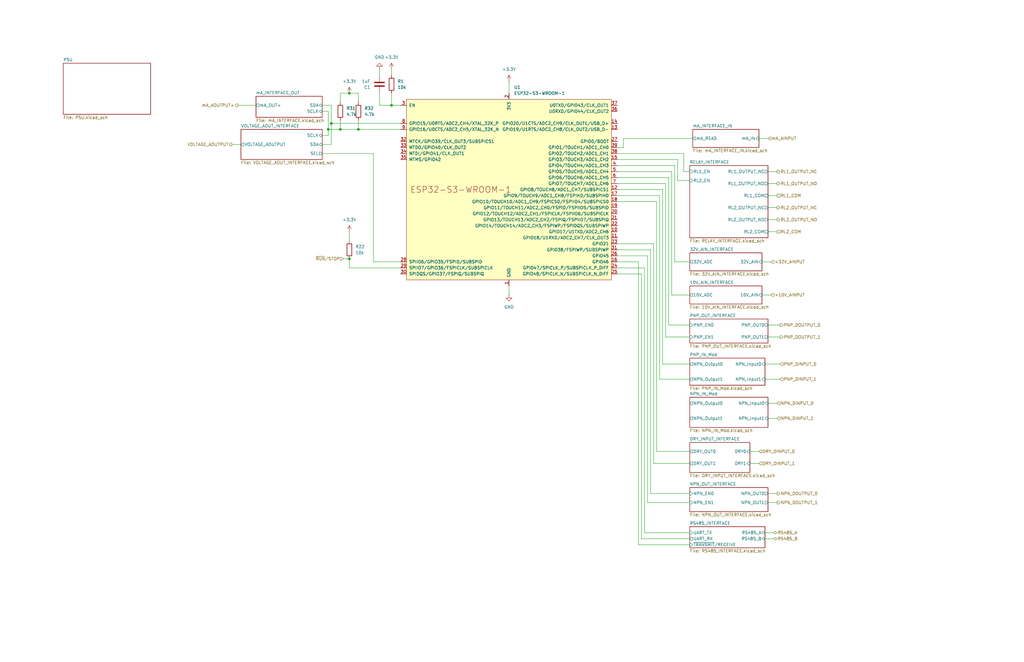
<source format=kicad_sch>
(kicad_sch (version 20250114) (generator "eeschema") (generator_version "9.0")
  (paper "USLedger")
  (title_block (title "NIVARA") (date "2025-06-13") (rev "1.0") (company "ELECTIVA ITLA"))
  (lib_symbols
    (symbol "Device:C" (pin_numbers (hide yes)) (pin_names (offset 0.254))
      (property "Reference" "C" (at 0.635 2.54 0))
      (property "Value" "C" (at 0.635 -2.54 0))
      (symbol "C_0_1"
        (polyline (pts (xy -2.032 0.762) (xy 2.032 0.762)) (stroke (width 0.508)))
        (polyline (pts (xy -2.032 -0.762) (xy 2.032 -0.762)) (stroke (width 0.508)))
      )
      (symbol "C_1_1"
        (pin passive line (at 0 3.81 270) (length 2.794) (name "~") (number "1"))
        (pin passive line (at 0 -3.81 90) (length 2.794) (name "~") (number "2"))
      )
    )
    (symbol "Device:R" (pin_numbers (hide yes)) (pin_names (offset 0))
      (property "Reference" "R" (at 2.032 0 90))
      (property "Value" "R" (at 0 0 90))
      (symbol "R_0_1"
        (rectangle (start -1.016 -2.54) (end 1.016 2.54) (stroke (width 0.254)))
      )
      (symbol "R_1_1"
        (pin passive line (at 0 3.81 270) (length 1.27) (name "~") (number "1"))
        (pin passive line (at 0 -3.81 90) (length 1.27) (name "~") (number "2"))
      )
    )
    (symbol "PCM_Espressif:ESP32-S3-WROOM-1" (pin_names (offset 1.016))
      (property "Reference" "U" (at -43.18 43.18 0))
      (property "Value" "ESP32-S3-WROOM-1" (at -43.18 40.64 0))
      (symbol "ESP32-S3-WROOM-1_0_0"
        (text "ESP32-S3-WROOM-1" (at -20.32 0 0) (effects (font (size 2.54 2.54))))
        (pin input line (at -45.72 35.56 0) (length 2.54) (name "EN") (number "3"))
        (pin bidirectional line (at -45.72 27.94 0) (length 2.54) (name "GPIO15/U0RTS/ADC2_CH4/XTAL_32K_P") (number "8"))
        (pin bidirectional line (at -45.72 25.4 0) (length 2.54) (name "GPIO16/U0CTS/ADC2_CH5/XTAL_32K_N") (number "9"))
        (pin bidirectional line (at -45.72 20.32 0) (length 2.54) (name "MTCK/GPIO39/CLK_OUT3/SUBSPICS1") (number "32"))
        (pin bidirectional line (at -45.72 17.78 0) (length 2.54) (name "MTDO/GPIO40/CLK_OUT2") (number "33"))
        (pin bidirectional line (at -45.72 15.24 0) (length 2.54) (name "MTDI/GPIO41/CLK_OUT1") (number "34"))
        (pin bidirectional line (at -45.72 12.7 0) (length 2.54) (name "MTMS/GPIO42") (number "35"))
        (pin bidirectional line (at -45.72 -30.48 0) (length 2.54) (name "SPIIO6/GPIO35/FSPID/SUBSPID") (number "28"))
        (pin bidirectional line (at -45.72 -33.02 0) (length 2.54) (name "SPIIO7/GPIO36/FSPICLK/SUBSPICLK") (number "29"))
        (pin bidirectional line (at -45.72 -35.56 0) (length 2.54) (name "SPIDQS/GPIO37/FSPIQ/SUBSPIQ") (number "30"))
        (pin power_in line (at 0 40.64 270) (length 2.54) (name "3V3") (number "2"))
        (pin power_in line (at 0 -40.64 90) (length 2.54) (name "GND") (number "1"))
        (pin passive line (at 0 -40.64 90) (length 2.54) (hide yes) (name "GND") (number "40"))
        (pin passive line (at 0 -40.64 90) (length 2.54) (hide yes) (name "GND") (number "41"))
        (pin bidirectional line (at 45.72 35.56 180) (length 2.54) (name "U0TXD/GPIO43/CLK_OUT1") (number "37"))
        (pin bidirectional line (at 45.72 33.02 180) (length 2.54) (name "U0RXD/GPIO44/CLK_OUT2") (number "36"))
        (pin bidirectional line (at 45.72 27.94 180) (length 2.54) (name "GPIO20/U1CTS/ADC2_CH9/CLK_OUT1/USB_D+") (number "14"))
        (pin bidirectional line (at 45.72 25.4 180) (length 2.54) (name "GPIO19/U1RTS/ADC2_CH8/CLK_OUT2/USB_D-") (number "13"))
        (pin bidirectional line (at 45.72 20.32 180) (length 2.54) (name "GPIO0/BOOT") (number "27"))
        (pin bidirectional line (at 45.72 17.78 180) (length 2.54) (name "GPIO1/TOUCH1/ADC1_CH0") (number "39"))
        (pin bidirectional line (at 45.72 15.24 180) (length 2.54) (name "GPIO2/TOUCH2/ADC1_CH1") (number "38"))
        (pin bidirectional line (at 45.72 12.7 180) (length 2.54) (name "GPIO3/TOUCH3/ADC1_CH2") (number "15"))
        (pin bidirectional line (at 45.72 10.16 180) (length 2.54) (name "GPIO4/TOUCH4/ADC1_CH3") (number "4"))
        (pin bidirectional line (at 45.72 7.62 180) (length 2.54) (name "GPIO5/TOUCH5/ADC1_CH4") (number "5"))
        (pin bidirectional line (at 45.72 5.08 180) (length 2.54) (name "GPIO6/TOUCH6/ADC1_CH5") (number "6"))
        (pin bidirectional line (at 45.72 2.54 180) (length 2.54) (name "GPIO7/TOUCH7/ADC1_CH6") (number "7"))
        (pin bidirectional line (at 45.72 0 180) (length 2.54) (name "GPIO8/TOUCH8/ADC1_CH7/SUBSPICS1") (number "12"))
        (pin bidirectional line (at 45.72 -2.54 180) (length 2.54) (name "GPIO9/TOUCH9/ADC1_CH8/FSPIHD/SUBSPIHD") (number "17"))
        (pin bidirectional line (at 45.72 -5.08 180) (length 2.54) (name "GPIO10/TOUCH10/ADC1_CH9/FSPICS0/FSPIIO4/SUBSPICS0") (number "18"))
        (pin bidirectional line (at 45.72 -7.62 180) (length 2.54) (name "GPIO11/TOUCH11/ADC2_CH0/FSPID/FSPIIO5/SUBSPID") (number "19"))
        (pin bidirectional line (at 45.72 -10.16 180) (length 2.54) (name "GPIO12/TOUCH12/ADC2_CH1/FSPICLK/FSPIIO6/SUBSPICLK") (number "20"))
        (pin bidirectional line (at 45.72 -12.7 180) (length 2.54) (name "GPIO13/TOUCH13/ADC2_CH2/FSPIQ/FSPIIO7/SUBSPIQ") (number "21"))
        (pin bidirectional line (at 45.72 -15.24 180) (length 2.54) (name "GPIO14/TOUCH14/ADC2_CH3/FSPIWP/FSPIDQS/SUBSPIWP") (number "22"))
        (pin bidirectional line (at 45.72 -17.78 180) (length 2.54) (name "GPIO17/U1TXD/ADC2_CH6") (number "10"))
        (pin bidirectional line (at 45.72 -20.32 180) (length 2.54) (name "GPIO18/U1RXD/ADC2_CH7/CLK_OUT3") (number "11"))
        (pin bidirectional line (at 45.72 -22.86 180) (length 2.54) (name "GPIO21") (number "23"))
        (pin bidirectional line (at 45.72 -25.4 180) (length 2.54) (name "GPIO38/FSPIWP/SUBSPIWP") (number "31"))
        (pin bidirectional line (at 45.72 -27.94 180) (length 2.54) (name "GPIO45") (number "26"))
        (pin bidirectional line (at 45.72 -30.48 180) (length 2.54) (name "GPIO46") (number "16"))
        (pin bidirectional line (at 45.72 -33.02 180) (length 2.54) (name "GPIO47/SPICLK_P/SUBSPICLK_P_DIFF") (number "24"))
        (pin bidirectional line (at 45.72 -35.56 180) (length 2.54) (name "GPIO48/SPICLK_N/SUBSPICLK_N_DIFF") (number "25"))
      )
      (symbol "ESP32-S3-WROOM-1_0_1"
        (rectangle (start -43.18 38.1) (end 43.18 -38.1) (fill (type background)))
      )
    )
    (symbol "power:+3.3V" (power) (pin_numbers (hide yes)) (pin_names (offset 0) (hide yes))
      (property "Value" "+3.3V" (at 0 3.556 0))
      (symbol "+3.3V_0_1"
        (polyline (pts (xy -0.762 1.27) (xy 0 2.54)))
        (polyline (pts (xy 0 2.54) (xy 0.762 1.27)))
        (polyline (pts (xy 0 0) (xy 0 2.54)))
      )
      (symbol "+3.3V_1_1"
        (pin power_in line (at 0 0 90) (length 0) (name "~") (number "1"))
      )
    )
    (symbol "power:GND" (power) (pin_numbers (hide yes)) (pin_names (offset 0) (hide yes))
      (property "Value" "GND" (at 0 -3.81 0))
      (symbol "GND_0_1"
        (polyline (pts (xy 0 0) (xy 0 -1.27) (xy 1.27 -1.27) (xy 0 -2.54) (xy -1.27 -1.27) (xy 0 -1.27)))
      )
      (symbol "GND_1_1"
        (pin power_in line (at 0 0 270) (length 0) (name "~") (number "1"))
      )
    )
  )
  (junction (at 165.1 44.45))
  (junction (at 147.32 39.37))
  (junction (at 151.13 54.61))
  (junction (at 143.51 54.61))
  (junction (at 139.7 52.07))
  (junction (at 138.43 54.61))
  (junction (at 147.32 109.22))
  (wire (pts (xy 262.89 58.42) (xy 292.1 58.42)))
  (wire (pts (xy 271.78 113.03) (xy 271.78 224.79)))
  (wire (pts (xy 278.13 82.55) (xy 260.35 82.55)))
  (wire (pts (xy 323.85 142.24) (xy 328.93 142.24)))
  (wire (pts (xy 290.83 142.24) (xy 280.67 142.24)))
  (wire (pts (xy 143.51 54.61) (xy 151.13 54.61)))
  (wire (pts (xy 138.43 54.61) (xy 143.51 54.61)))
  (wire (pts (xy 214.63 34.29) (xy 214.63 39.37)))
  (wire (pts (xy 160.02 39.37) (xy 160.02 44.45)))
  (wire (pts (xy 279.4 153.67) (xy 279.4 80.01)))
  (wire (pts (xy 290.83 72.39) (xy 288.29 72.39)))
  (wire (pts (xy 260.35 77.47) (xy 280.67 77.47)))
  (wire (pts (xy 327.66 170.18) (xy 323.85 170.18)))
  (wire (pts (xy 135.89 60.96) (xy 139.7 60.96)))
  (wire (pts (xy 168.91 113.03) (xy 147.32 113.03)))
  (wire (pts (xy 290.83 76.2) (xy 285.75 76.2)))
  (wire (pts (xy 147.32 97.79) (xy 147.32 101.6)))
  (wire (pts (xy 290.83 195.58) (xy 275.59 195.58)))
  (wire (pts (xy 165.1 39.37) (xy 165.1 44.45)))
  (wire (pts (xy 260.35 113.03) (xy 271.78 113.03)))
  (wire (pts (xy 151.13 50.8) (xy 151.13 54.61)))
  (wire (pts (xy 260.35 102.87) (xy 275.59 102.87)))
  (wire (pts (xy 290.83 190.5) (xy 276.86 190.5)))
  (wire (pts (xy 276.86 85.09) (xy 260.35 85.09)))
  (wire (pts (xy 271.78 224.79) (xy 290.83 224.79)))
  (wire (pts (xy 323.85 212.09) (xy 327.66 212.09)))
  (wire (pts (xy 168.91 44.45) (xy 165.1 44.45)))
  (wire (pts (xy 288.29 72.39) (xy 288.29 64.77)))
  (wire (pts (xy 270.51 227.33) (xy 270.51 115.57)))
  (wire (pts (xy 138.43 54.61) (xy 138.43 46.99)))
  (wire (pts (xy 323.85 92.71) (xy 327.66 92.71)))
  (wire (pts (xy 165.1 29.21) (xy 165.1 31.75)))
  (wire (pts (xy 279.4 80.01) (xy 260.35 80.01)))
  (wire (pts (xy 135.89 64.77) (xy 157.48 64.77)))
  (wire (pts (xy 290.83 227.33) (xy 270.51 227.33)))
  (wire (pts (xy 322.58 224.79) (xy 326.39 224.79)))
  (wire (pts (xy 135.89 57.15) (xy 138.43 57.15)))
  (wire (pts (xy 323.85 82.55) (xy 327.66 82.55)))
  (wire (pts (xy 328.93 153.67) (xy 322.58 153.67)))
  (wire (pts (xy 281.94 137.16) (xy 290.83 137.16)))
  (wire (pts (xy 323.85 137.16) (xy 328.93 137.16)))
  (wire (pts (xy 285.75 76.2) (xy 285.75 67.31)))
  (wire (pts (xy 160.02 44.45) (xy 165.1 44.45)))
  (wire (pts (xy 273.05 107.95) (xy 273.05 212.09)))
  (wire (pts (xy 284.48 110.49) (xy 290.83 110.49)))
  (wire (pts (xy 260.35 105.41) (xy 274.32 105.41)))
  (wire (pts (xy 157.48 110.49) (xy 168.91 110.49)))
  (wire (pts (xy 101.6 60.96) (xy 97.79 60.96)))
  (wire (pts (xy 290.83 124.46) (xy 283.21 124.46)))
  (wire (pts (xy 143.51 50.8) (xy 143.51 54.61)))
  (wire (pts (xy 262.89 62.23) (xy 262.89 58.42)))
  (wire (pts (xy 275.59 195.58) (xy 275.59 102.87)))
  (wire (pts (xy 143.51 39.37) (xy 147.32 39.37)))
  (wire (pts (xy 281.94 74.93) (xy 281.94 137.16)))
  (wire (pts (xy 139.7 52.07) (xy 168.91 52.07)))
  (wire (pts (xy 327.66 176.53) (xy 323.85 176.53)))
  (wire (pts (xy 276.86 190.5) (xy 276.86 85.09)))
  (wire (pts (xy 320.04 195.58) (xy 316.23 195.58)))
  (wire (pts (xy 151.13 43.18) (xy 151.13 39.37)))
  (wire (pts (xy 285.75 67.31) (xy 260.35 67.31)))
  (wire (pts (xy 107.95 44.45) (xy 100.33 44.45)))
  (wire (pts (xy 284.48 69.85) (xy 284.48 110.49)))
  (wire (pts (xy 214.63 120.65) (xy 214.63 124.46)))
  (wire (pts (xy 323.85 72.39) (xy 327.66 72.39)))
  (wire (pts (xy 260.35 107.95) (xy 273.05 107.95)))
  (wire (pts (xy 144.78 109.22) (xy 147.32 109.22)))
  (wire (pts (xy 322.58 227.33) (xy 326.39 227.33)))
  (wire (pts (xy 288.29 64.77) (xy 260.35 64.77)))
  (wire (pts (xy 278.13 160.02) (xy 278.13 82.55)))
  (wire (pts (xy 260.35 69.85) (xy 284.48 69.85)))
  (wire (pts (xy 147.32 113.03) (xy 147.32 109.22)))
  (wire (pts (xy 135.89 46.99) (xy 138.43 46.99)))
  (wire (pts (xy 260.35 115.57) (xy 270.51 115.57)))
  (wire (pts (xy 328.93 160.02) (xy 322.58 160.02)))
  (wire (pts (xy 283.21 124.46) (xy 283.21 72.39)))
  (wire (pts (xy 325.12 110.49) (xy 321.31 110.49)))
  (wire (pts (xy 135.89 44.45) (xy 139.7 44.45)))
  (wire (pts (xy 274.32 208.28) (xy 274.32 105.41)))
  (wire (pts (xy 283.21 72.39) (xy 260.35 72.39)))
  (wire (pts (xy 151.13 54.61) (xy 168.91 54.61)))
  (wire (pts (xy 138.43 57.15) (xy 138.43 54.61)))
  (wire (pts (xy 160.02 29.21) (xy 160.02 31.75)))
  (wire (pts (xy 290.83 208.28) (xy 274.32 208.28)))
  (wire (pts (xy 323.85 77.47) (xy 327.66 77.47)))
  (wire (pts (xy 269.24 110.49) (xy 260.35 110.49)))
  (wire (pts (xy 325.12 124.46) (xy 321.31 124.46)))
  (wire (pts (xy 320.04 190.5) (xy 316.23 190.5)))
  (wire (pts (xy 323.85 208.28) (xy 327.66 208.28)))
  (wire (pts (xy 147.32 39.37) (xy 151.13 39.37)))
  (wire (pts (xy 260.35 62.23) (xy 262.89 62.23)))
  (wire (pts (xy 273.05 212.09) (xy 290.83 212.09)))
  (wire (pts (xy 139.7 52.07) (xy 139.7 44.45)))
  (wire (pts (xy 260.35 74.93) (xy 281.94 74.93)))
  (wire (pts (xy 139.7 60.96) (xy 139.7 52.07)))
  (wire (pts (xy 290.83 153.67) (xy 279.4 153.67)))
  (wire (pts (xy 323.85 97.79) (xy 327.66 97.79)))
  (wire (pts (xy 143.51 43.18) (xy 143.51 39.37)))
  (wire (pts (xy 320.04 58.42) (xy 323.85 58.42)))
  (wire (pts (xy 269.24 229.87) (xy 269.24 110.49)))
  (wire (pts (xy 157.48 64.77) (xy 157.48 110.49)))
  (wire (pts (xy 290.83 160.02) (xy 278.13 160.02)))
  (wire (pts (xy 323.85 87.63) (xy 327.66 87.63)))
  (wire (pts (xy 290.83 229.87) (xy 269.24 229.87)))
  (wire (pts (xy 280.67 142.24) (xy 280.67 77.47)))
  (hierarchical_label "DRY_DINPUT_1" (shape input) (at 320.04 195.58 0))
  (hierarchical_label "PNP_DOUTPUT_1" (shape output) (at 328.93 142.24 0))
  (hierarchical_label "+10V_AINPUT" (shape input) (at 325.12 124.46 0))
  (hierarchical_label "~{RUN}{slash}STOP" (shape input) (at 144.78 109.22 180))
  (hierarchical_label "NPN_DINPUT_0" (shape input) (at 327.66 170.18 0))
  (hierarchical_label "PNP_DOUTPUT_0" (shape output) (at 328.93 137.16 0))
  (hierarchical_label "RL1_OUTPUT_NC" (shape output) (at 327.66 72.39 0))
  (hierarchical_label "PNP_DINPUT_0" (shape input) (at 328.93 153.67 0))
  (hierarchical_label "RS485_A" (shape bidirectional) (at 326.39 224.79 0))
  (hierarchical_label "RL1_OUTPUT_NO" (shape output) (at 327.66 77.47 0))
  (hierarchical_label "DRY_DINPUT_0" (shape input) (at 320.04 190.5 0))
  (hierarchical_label "PNP_DINPUT_1" (shape input) (at 328.93 160.02 0))
  (hierarchical_label "RL2_COM" (shape passive) (at 327.66 97.79 0))
  (hierarchical_label "VOLTAGE_AOUTPUT" (shape output) (at 97.79 60.96 180))
  (hierarchical_label "RL1_COM" (shape passive) (at 327.66 82.55 0))
  (hierarchical_label "RS485_B" (shape bidirectional) (at 326.39 227.33 0))
  (hierarchical_label "NPN_DINPUT_1" (shape input) (at 327.66 176.53 0))
  (hierarchical_label "NPN_DOUTPUT_0" (shape output) (at 327.66 208.28 0))
  (hierarchical_label "RL2_OUTPUT_NO" (shape output) (at 327.66 92.71 0))
  (hierarchical_label "mA_AINPUT" (shape input) (at 323.85 58.42 0))
  (hierarchical_label "NPN_DOUTPUT_1" (shape output) (at 327.66 212.09 0))
  (hierarchical_label "RL2_OUTPUT_NC" (shape output) (at 327.66 87.63 0))
  (hierarchical_label "+32V_AINPUT" (shape input) (at 325.12 110.49 0))
  (hierarchical_label "mA_AOUTPUT+" (shape output) (at 100.33 44.45 180))
  (symbol (lib_id "power:+3.3V") (at 147.32 97.79 0) (unit 1)
    (property "Reference" "#PWR047" (effects (hide yes)))
    (property "Value" "+3.3V" (at 147.32 92.71 0))
    (property "Description" "Power symbol creates a global label with name \"+3.3V\"" (effects (hide yes)))
  )
  (symbol (lib_id "power:GND") (at 160.02 29.21 180) (unit 1)
    (property "Reference" "#PWR11" (effects (hide yes)))
    (property "Value" "GND" (at 160.02 24.13 0))
    (property "Description" "Power symbol creates a global label with name \"GND\" , ground" (effects (hide yes)))
  )
  (symbol (lib_id "Device:R") (at 151.13 46.99 0) (unit 1)
    (property "Reference" "R32" (at 153.67 45.7199 0) (effects (justify left)))
    (property "Value" "4.7k" (at 153.67 48.2599 0) (effects (justify left)))
    (property "Footprint" "Resistor_SMD:R_0603_1608Metric" (effects (hide yes)))
    (property "Description" "Resistor" (effects (hide yes)))
  )
  (symbol (lib_id "Device:R") (at 165.1 35.56 0) (unit 1)
    (property "Reference" "R1" (at 167.64 34.2899 0) (effects (justify left)))
    (property "Value" "10k" (at 167.64 36.8299 0) (effects (justify left)))
    (property "Footprint" "Resistor_SMD:R_0603_1608Metric" (effects (hide yes)))
    (property "Description" "Resistor" (effects (hide yes)))
  )
  (symbol (lib_id "power:GND") (at 214.63 124.46 0) (unit 1)
    (property "Reference" "#PWR9" (effects (hide yes)))
    (property "Value" "GND" (at 214.63 129.54 0))
    (property "Description" "Power symbol creates a global label with name \"GND\" , ground" (effects (hide yes)))
  )
  (symbol (lib_id "Device:C") (at 160.02 35.56 0) (mirror x) (unit 1)
    (property "Reference" "C1" (at 156.21 36.8301 0) (effects (justify right)))
    (property "Value" "1uF" (at 156.21 34.2901 0) (effects (justify right)))
    (property "Footprint" "Capacitor_SMD:C_0603_1608Metric" (effects (hide yes)))
    (property "Description" "Unpolarized capacitor" (effects (hide yes)))
  )
  (symbol (lib_id "Device:R") (at 143.51 46.99 0) (unit 1)
    (property "Reference" "R31" (at 146.05 45.7199 0) (effects (justify left)))
    (property "Value" "4.7k" (at 146.05 48.2599 0) (effects (justify left)))
    (property "Footprint" "Resistor_SMD:R_0603_1608Metric" (effects (hide yes)))
    (property "Description" "Resistor" (effects (hide yes)))
  )
  (symbol (lib_id "power:+3.3V") (at 214.63 34.29 0) (unit 1)
    (property "Reference" "#PWR8" (effects (hide yes)))
    (property "Value" "+3.3V" (at 214.63 29.21 0))
    (property "Description" "Power symbol creates a global label with name \"+3.3V\"" (effects (hide yes)))
  )
  (symbol (lib_id "PCM_Espressif:ESP32-S3-WROOM-1") (at 214.63 80.01 0) (unit 1)
    (property "Reference" "U1" (at 216.7733 36.83 0) (effects (justify left)))
    (property "Value" "ESP32-S3-WROOM-1" (at 216.7733 39.37 0) (effects (justify left)))
    (property "Footprint" "PCM_Espressif:ESP32-S3-WROOM-1" (effects (hide yes)))
    (property "Datasheet" "https://www.espressif.com/sites/default/files/documentation/esp32-s3-wroom-1_wroom-1u_datasheet_en.pdf" (effects (hide yes)))
    (property "Description" "2.4 GHz WiFi (802.11 b/g/n) and Bluetooth ® 5 (LE) module Built around ESP32S3 series of SoCs, Xtensa ® dualcore 32bit LX7 microprocessor Flash up to 16 MB, PSRAM up to 8 MB 36 GPIOs, rich set of peripherals Onboard PCB antenna" (effects (hide yes)))
  )
  (symbol (lib_id "Device:R") (at 147.32 105.41 0) (unit 1)
    (property "Reference" "R22" (at 149.86 104.1399 0) (effects (justify left)))
    (property "Value" "10k" (at 149.86 106.6799 0) (effects (justify left)))
    (property "Footprint" "Resistor_SMD:R_0603_1608Metric" (effects (hide yes)))
    (property "Description" "Resistor" (effects (hide yes)))
  )
  (symbol (lib_id "power:+3.3V") (at 147.32 39.37 0) (unit 1)
    (property "Reference" "#PWR064" (effects (hide yes)))
    (property "Value" "+3.3V" (at 147.32 34.29 0))
    (property "Description" "Power symbol creates a global label with name \"+3.3V\"" (effects (hide yes)))
  )
  (symbol (lib_id "power:+3.3V") (at 165.1 29.21 0) (unit 1)
    (property "Reference" "#PWR10" (effects (hide yes)))
    (property "Value" "+3.3V" (at 165.1 24.13 0))
    (property "Description" "Power symbol creates a global label with name \"+3.3V\"" (effects (hide yes)))
  )
  (sheet (at 101.6 54.61) (size 34.29 12.7) (stroke (width 0.1524))
    (property "Sheetname" "VOLTAGE_AOUT_INTERFACE" (at 101.6 53.8984 0) (effects (justify left bottom)))
    (property "Sheetfile" "VOLTAGE_AOUT_INTERFACE.kicad_sch" (at 101.6 67.8946 0) (effects (justify left top)))
    (pin "SCLK" bidirectional (at 135.89 57.15 0))
    (pin "SDA" bidirectional (at 135.89 60.96 0))
    (pin "SEL" output (at 135.89 64.77 0))
    (pin "VOLTAGE_AOUTPUT" output (at 101.6 60.96 180))
  )
  (sheet (at 290.83 151.13) (size 31.75 11.43) (stroke (width 0.1524))
    (property "Sheetname" "PNP_IN_Mod" (at 290.83 150.4184 0) (effects (justify left bottom)))
    (property "Sheetfile" "PNP_IN_Mod.kicad_sch" (at 290.83 163.1446 0) (effects (justify left top)))
    (pin "NPN_Input0" input (at 322.58 153.67 0))
    (pin "NPN_Input1" input (at 322.58 160.02 0))
    (pin "NPN_Output0" output (at 290.83 153.67 180))
    (pin "NPN_Output1" output (at 290.83 160.02 180))
  )
  (sheet (at 290.83 186.69) (size 25.4 12.7) (stroke (width 0.1524))
    (property "Sheetname" "DRY_INPUT_INTERFACE" (at 290.83 185.9784 0) (effects (justify left bottom)))
    (property "Sheetfile" "DRY_INPUT_INTERFACE.kicad_sch" (at 290.83 199.9746 0) (effects (justify left top)))
    (pin "DRY0" input (at 316.23 190.5 0))
    (pin "DRY1" input (at 316.23 195.58 0))
    (pin "DRY_OUT0" output (at 290.83 190.5 180))
    (pin "DRY_OUT1" output (at 290.83 195.58 180))
  )
  (sheet (at 290.83 222.25) (size 31.75 8.89) (stroke (width 0.1524))
    (property "Sheetname" "RS485_INTERFACE" (at 290.83 221.5384 0) (effects (justify left bottom)))
    (property "Sheetfile" "RS485_INTERFACE.kicad_sch" (at 290.83 231.7246 0) (effects (justify left top)))
    (pin "RS485_A" bidirectional (at 322.58 224.79 0))
    (pin "RS485_B" bidirectional (at 322.58 227.33 0))
    (pin "UART_TX" input (at 290.83 224.79 180))
    (pin "UART_RX" output (at 290.83 227.33 180))
    (pin "~{TRANSMIT}{slash}RECEIVE" input (at 290.83 229.87 180))
  )
  (sheet (at 290.83 205.74) (size 33.02 10.16) (stroke (width 0.1524))
    (property "Sheetname" "NPN_OUT_INTERFACE" (at 290.83 205.0284 0) (effects (justify left bottom)))
    (property "Sheetfile" "NPN_OUT_INTERFACE.kicad_sch" (at 290.83 216.4846 0) (effects (justify left top)))
    (pin "NPN_OUT0" output (at 323.85 208.28 0))
    (pin "NPN_OUT1" output (at 323.85 212.09 0))
    (pin "NPN_EN0" input (at 290.83 208.28 180))
    (pin "NPN_EN1" input (at 290.83 212.09 180))
  )
  (sheet (at 290.83 134.62) (size 33.02 10.16) (stroke (width 0.1524))
    (property "Sheetname" "PNP_OUT_INTERFACE" (at 290.83 133.9084 0) (effects (justify left bottom)))
    (property "Sheetfile" "PNP_OUT_INTERFACE.kicad_sch" (at 290.83 145.3646 0) (effects (justify left top)))
    (pin "PNP_OUT0" output (at 323.85 137.16 0))
    (pin "PNP_OUT1" output (at 323.85 142.24 0))
    (pin "PNP_EN0" input (at 290.83 137.16 180))
    (pin "PNP_EN1" input (at 290.83 142.24 180))
  )
  (sheet (at 290.83 69.85) (size 33.02 30.48) (stroke (width 0.1524))
    (property "Sheetname" "RELAY_INTERFACE" (at 290.83 69.1384 0) (effects (justify left bottom)))
    (property "Sheetfile" "RELAY_INTERFACE.kicad_sch" (at 290.83 100.9146 0) (effects (justify left top)))
    (pin "RL1_COM" passive (at 323.85 82.55 0))
    (pin "RL1_EN" input (at 290.83 72.39 180))
    (pin "RL1_OUTPUT_NC" output (at 323.85 72.39 0))
    (pin "RL1_OUTPUT_NO" output (at 323.85 77.47 0))
    (pin "RL2_COM" passive (at 323.85 97.79 0))
    (pin "RL2_EN" input (at 290.83 76.2 180))
    (pin "RL2_OUTPUT_NC" output (at 323.85 87.63 0))
    (pin "RL2_OUTPUT_NO" output (at 323.85 92.71 0))
  )
  (sheet (at 292.1 54.61) (size 27.94 7.62) (stroke (width 0.1524))
    (property "Sheetname" "mA_INTERFACE_IN" (at 292.1 53.8984 0) (effects (justify left bottom)))
    (property "Sheetfile" "mA_INTERFACE_IN.kicad_sch" (at 292.1 62.8146 0) (effects (justify left top)))
    (pin "mA_IN" input (at 320.04 58.42 0))
    (pin "mA_READ" output (at 292.1 58.42 180))
  )
  (sheet (at 26.67 26.67) (size 36.83 21.59) (stroke (width 0.1524))
    (property "Sheetname" "PSU" (at 26.67 25.9584 0) (effects (justify left bottom)))
    (property "Sheetfile" "PSU.kicad_sch" (at 26.67 48.8446 0) (effects (justify left top)))
  )
  (sheet (at 290.83 120.65) (size 30.48 7.62) (stroke (width 0.1524))
    (property "Sheetname" "10V_AIN_INTERFACE" (at 290.83 119.9384 0) (effects (justify left bottom)))
    (property "Sheetfile" "10V_AIN_INTERFACE.kicad_sch" (at 290.83 128.8546 0) (effects (justify left top)))
    (pin "10V_ADC" output (at 290.83 124.46 180))
    (pin "10V_AIN" input (at 321.31 124.46 0))
  )
  (sheet (at 107.95 40.64) (size 27.94 8.89) (stroke (width 0.1524))
    (property "Sheetname" "mA_INTERFACE_OUT" (at 107.95 39.9284 0) (effects (justify left bottom)))
    (property "Sheetfile" "mA_INTERFACE.kicad_sch" (at 107.95 50.1146 0) (effects (justify left top)))
    (pin "mA_OUT+" output (at 107.95 44.45 180))
    (pin "SCLK" bidirectional (at 135.89 46.99 0))
    (pin "SDA" bidirectional (at 135.89 44.45 0))
  )
  (sheet (at 290.83 106.68) (size 30.48 7.62) (stroke (width 0.1524))
    (property "Sheetname" "32V_AIN_INTERFACE" (at 290.83 105.9684 0) (effects (justify left bottom)))
    (property "Sheetfile" "32V_AIN_INTERFACE.kicad_sch" (at 290.83 114.8846 0) (effects (justify left top)))
    (pin "32V_ADC" output (at 290.83 110.49 180))
    (pin "32V_AIN" input (at 321.31 110.49 0))
  )
  (sheet (at 290.83 167.64) (size 33.02 12.7) (stroke (width 0.1524))
    (property "Sheetname" "NPN_IN_Mod" (at 290.83 166.9284 0) (effects (justify left bottom)))
    (property "Sheetfile" "NPN_IN_Mod.kicad_sch" (at 290.83 180.9246 0) (effects (justify left top)))
    (pin "NPN_Input0" input (at 323.85 170.18 0))
    (pin "NPN_Input1" input (at 323.85 176.53 0))
    (pin "NPN_Output0" output (at 290.83 170.18 180))
    (pin "NPN_Output1" output (at 290.83 176.53 180))
  )
)
</source>
